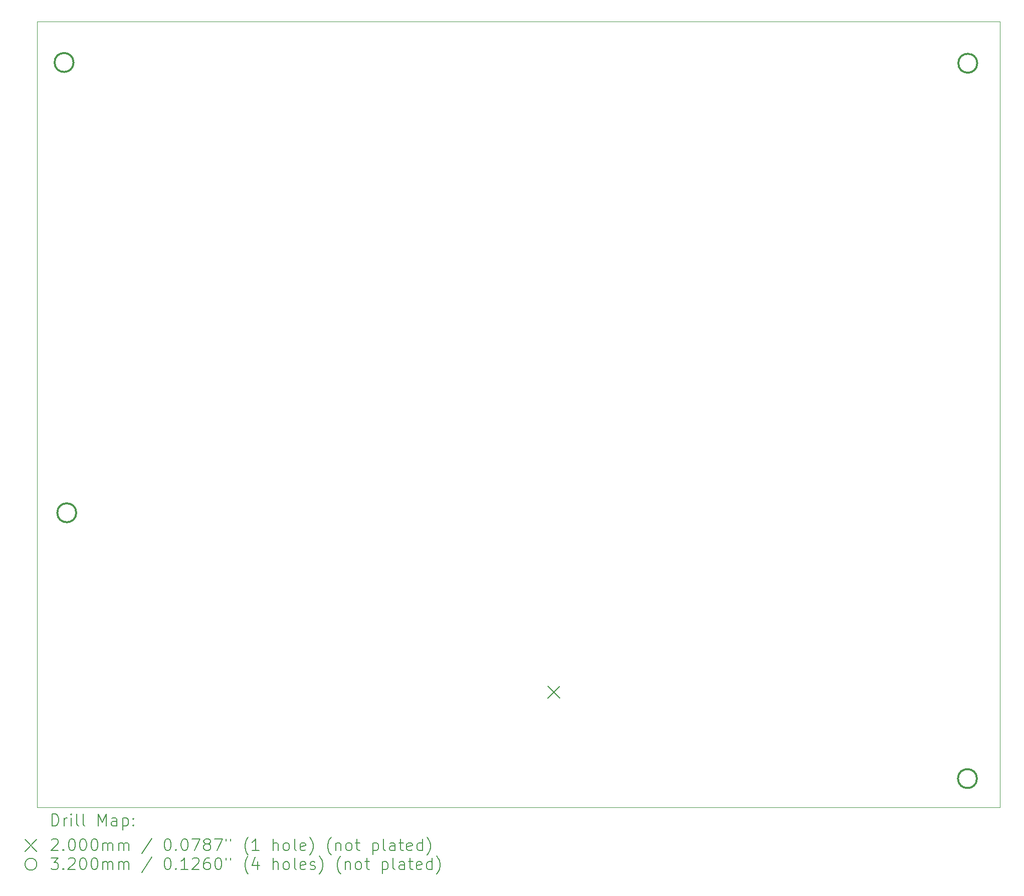
<source format=gbr>
%FSLAX45Y45*%
G04 Gerber Fmt 4.5, Leading zero omitted, Abs format (unit mm)*
G04 Created by KiCad (PCBNEW (6.0.5)) date 2025-05-16 22:36:22*
%MOMM*%
%LPD*%
G01*
G04 APERTURE LIST*
%TA.AperFunction,Profile*%
%ADD10C,0.050000*%
%TD*%
%ADD11C,0.200000*%
%ADD12C,0.320000*%
G04 APERTURE END LIST*
D10*
X29380180Y-21810980D02*
X13116560Y-21810980D01*
X13116560Y-21810980D02*
X13116560Y-8526780D01*
X13116560Y-8526780D02*
X29380180Y-8526780D01*
X29380180Y-8526780D02*
X29380180Y-21810980D01*
D11*
X21749080Y-19765340D02*
X21949080Y-19965340D01*
X21949080Y-19765340D02*
X21749080Y-19965340D01*
D12*
X13733760Y-9220200D02*
G75*
G03*
X13733760Y-9220200I-160000J0D01*
G01*
X13779480Y-16832580D02*
G75*
G03*
X13779480Y-16832580I-160000J0D01*
G01*
X28994080Y-21325840D02*
G75*
G03*
X28994080Y-21325840I-160000J0D01*
G01*
X28999160Y-9232900D02*
G75*
G03*
X28999160Y-9232900I-160000J0D01*
G01*
D11*
X13371679Y-22123956D02*
X13371679Y-21923956D01*
X13419298Y-21923956D01*
X13447869Y-21933480D01*
X13466917Y-21952528D01*
X13476441Y-21971575D01*
X13485965Y-22009670D01*
X13485965Y-22038242D01*
X13476441Y-22076337D01*
X13466917Y-22095385D01*
X13447869Y-22114432D01*
X13419298Y-22123956D01*
X13371679Y-22123956D01*
X13571679Y-22123956D02*
X13571679Y-21990623D01*
X13571679Y-22028718D02*
X13581203Y-22009670D01*
X13590727Y-22000147D01*
X13609774Y-21990623D01*
X13628822Y-21990623D01*
X13695488Y-22123956D02*
X13695488Y-21990623D01*
X13695488Y-21923956D02*
X13685965Y-21933480D01*
X13695488Y-21943004D01*
X13705012Y-21933480D01*
X13695488Y-21923956D01*
X13695488Y-21943004D01*
X13819298Y-22123956D02*
X13800250Y-22114432D01*
X13790727Y-22095385D01*
X13790727Y-21923956D01*
X13924060Y-22123956D02*
X13905012Y-22114432D01*
X13895488Y-22095385D01*
X13895488Y-21923956D01*
X14152631Y-22123956D02*
X14152631Y-21923956D01*
X14219298Y-22066813D01*
X14285965Y-21923956D01*
X14285965Y-22123956D01*
X14466917Y-22123956D02*
X14466917Y-22019194D01*
X14457393Y-22000147D01*
X14438346Y-21990623D01*
X14400250Y-21990623D01*
X14381203Y-22000147D01*
X14466917Y-22114432D02*
X14447869Y-22123956D01*
X14400250Y-22123956D01*
X14381203Y-22114432D01*
X14371679Y-22095385D01*
X14371679Y-22076337D01*
X14381203Y-22057290D01*
X14400250Y-22047766D01*
X14447869Y-22047766D01*
X14466917Y-22038242D01*
X14562155Y-21990623D02*
X14562155Y-22190623D01*
X14562155Y-22000147D02*
X14581203Y-21990623D01*
X14619298Y-21990623D01*
X14638346Y-22000147D01*
X14647869Y-22009670D01*
X14657393Y-22028718D01*
X14657393Y-22085861D01*
X14647869Y-22104909D01*
X14638346Y-22114432D01*
X14619298Y-22123956D01*
X14581203Y-22123956D01*
X14562155Y-22114432D01*
X14743108Y-22104909D02*
X14752631Y-22114432D01*
X14743108Y-22123956D01*
X14733584Y-22114432D01*
X14743108Y-22104909D01*
X14743108Y-22123956D01*
X14743108Y-22000147D02*
X14752631Y-22009670D01*
X14743108Y-22019194D01*
X14733584Y-22009670D01*
X14743108Y-22000147D01*
X14743108Y-22019194D01*
X12914060Y-22353480D02*
X13114060Y-22553480D01*
X13114060Y-22353480D02*
X12914060Y-22553480D01*
X13362155Y-22363004D02*
X13371679Y-22353480D01*
X13390727Y-22343956D01*
X13438346Y-22343956D01*
X13457393Y-22353480D01*
X13466917Y-22363004D01*
X13476441Y-22382051D01*
X13476441Y-22401099D01*
X13466917Y-22429670D01*
X13352631Y-22543956D01*
X13476441Y-22543956D01*
X13562155Y-22524908D02*
X13571679Y-22534432D01*
X13562155Y-22543956D01*
X13552631Y-22534432D01*
X13562155Y-22524908D01*
X13562155Y-22543956D01*
X13695488Y-22343956D02*
X13714536Y-22343956D01*
X13733584Y-22353480D01*
X13743108Y-22363004D01*
X13752631Y-22382051D01*
X13762155Y-22420147D01*
X13762155Y-22467766D01*
X13752631Y-22505861D01*
X13743108Y-22524908D01*
X13733584Y-22534432D01*
X13714536Y-22543956D01*
X13695488Y-22543956D01*
X13676441Y-22534432D01*
X13666917Y-22524908D01*
X13657393Y-22505861D01*
X13647869Y-22467766D01*
X13647869Y-22420147D01*
X13657393Y-22382051D01*
X13666917Y-22363004D01*
X13676441Y-22353480D01*
X13695488Y-22343956D01*
X13885965Y-22343956D02*
X13905012Y-22343956D01*
X13924060Y-22353480D01*
X13933584Y-22363004D01*
X13943108Y-22382051D01*
X13952631Y-22420147D01*
X13952631Y-22467766D01*
X13943108Y-22505861D01*
X13933584Y-22524908D01*
X13924060Y-22534432D01*
X13905012Y-22543956D01*
X13885965Y-22543956D01*
X13866917Y-22534432D01*
X13857393Y-22524908D01*
X13847869Y-22505861D01*
X13838346Y-22467766D01*
X13838346Y-22420147D01*
X13847869Y-22382051D01*
X13857393Y-22363004D01*
X13866917Y-22353480D01*
X13885965Y-22343956D01*
X14076441Y-22343956D02*
X14095488Y-22343956D01*
X14114536Y-22353480D01*
X14124060Y-22363004D01*
X14133584Y-22382051D01*
X14143108Y-22420147D01*
X14143108Y-22467766D01*
X14133584Y-22505861D01*
X14124060Y-22524908D01*
X14114536Y-22534432D01*
X14095488Y-22543956D01*
X14076441Y-22543956D01*
X14057393Y-22534432D01*
X14047869Y-22524908D01*
X14038346Y-22505861D01*
X14028822Y-22467766D01*
X14028822Y-22420147D01*
X14038346Y-22382051D01*
X14047869Y-22363004D01*
X14057393Y-22353480D01*
X14076441Y-22343956D01*
X14228822Y-22543956D02*
X14228822Y-22410623D01*
X14228822Y-22429670D02*
X14238346Y-22420147D01*
X14257393Y-22410623D01*
X14285965Y-22410623D01*
X14305012Y-22420147D01*
X14314536Y-22439194D01*
X14314536Y-22543956D01*
X14314536Y-22439194D02*
X14324060Y-22420147D01*
X14343108Y-22410623D01*
X14371679Y-22410623D01*
X14390727Y-22420147D01*
X14400250Y-22439194D01*
X14400250Y-22543956D01*
X14495488Y-22543956D02*
X14495488Y-22410623D01*
X14495488Y-22429670D02*
X14505012Y-22420147D01*
X14524060Y-22410623D01*
X14552631Y-22410623D01*
X14571679Y-22420147D01*
X14581203Y-22439194D01*
X14581203Y-22543956D01*
X14581203Y-22439194D02*
X14590727Y-22420147D01*
X14609774Y-22410623D01*
X14638346Y-22410623D01*
X14657393Y-22420147D01*
X14666917Y-22439194D01*
X14666917Y-22543956D01*
X15057393Y-22334432D02*
X14885965Y-22591575D01*
X15314536Y-22343956D02*
X15333584Y-22343956D01*
X15352631Y-22353480D01*
X15362155Y-22363004D01*
X15371679Y-22382051D01*
X15381203Y-22420147D01*
X15381203Y-22467766D01*
X15371679Y-22505861D01*
X15362155Y-22524908D01*
X15352631Y-22534432D01*
X15333584Y-22543956D01*
X15314536Y-22543956D01*
X15295488Y-22534432D01*
X15285965Y-22524908D01*
X15276441Y-22505861D01*
X15266917Y-22467766D01*
X15266917Y-22420147D01*
X15276441Y-22382051D01*
X15285965Y-22363004D01*
X15295488Y-22353480D01*
X15314536Y-22343956D01*
X15466917Y-22524908D02*
X15476441Y-22534432D01*
X15466917Y-22543956D01*
X15457393Y-22534432D01*
X15466917Y-22524908D01*
X15466917Y-22543956D01*
X15600250Y-22343956D02*
X15619298Y-22343956D01*
X15638346Y-22353480D01*
X15647869Y-22363004D01*
X15657393Y-22382051D01*
X15666917Y-22420147D01*
X15666917Y-22467766D01*
X15657393Y-22505861D01*
X15647869Y-22524908D01*
X15638346Y-22534432D01*
X15619298Y-22543956D01*
X15600250Y-22543956D01*
X15581203Y-22534432D01*
X15571679Y-22524908D01*
X15562155Y-22505861D01*
X15552631Y-22467766D01*
X15552631Y-22420147D01*
X15562155Y-22382051D01*
X15571679Y-22363004D01*
X15581203Y-22353480D01*
X15600250Y-22343956D01*
X15733584Y-22343956D02*
X15866917Y-22343956D01*
X15781203Y-22543956D01*
X15971679Y-22429670D02*
X15952631Y-22420147D01*
X15943108Y-22410623D01*
X15933584Y-22391575D01*
X15933584Y-22382051D01*
X15943108Y-22363004D01*
X15952631Y-22353480D01*
X15971679Y-22343956D01*
X16009774Y-22343956D01*
X16028822Y-22353480D01*
X16038346Y-22363004D01*
X16047869Y-22382051D01*
X16047869Y-22391575D01*
X16038346Y-22410623D01*
X16028822Y-22420147D01*
X16009774Y-22429670D01*
X15971679Y-22429670D01*
X15952631Y-22439194D01*
X15943108Y-22448718D01*
X15933584Y-22467766D01*
X15933584Y-22505861D01*
X15943108Y-22524908D01*
X15952631Y-22534432D01*
X15971679Y-22543956D01*
X16009774Y-22543956D01*
X16028822Y-22534432D01*
X16038346Y-22524908D01*
X16047869Y-22505861D01*
X16047869Y-22467766D01*
X16038346Y-22448718D01*
X16028822Y-22439194D01*
X16009774Y-22429670D01*
X16114536Y-22343956D02*
X16247869Y-22343956D01*
X16162155Y-22543956D01*
X16314536Y-22343956D02*
X16314536Y-22382051D01*
X16390727Y-22343956D02*
X16390727Y-22382051D01*
X16685965Y-22620147D02*
X16676441Y-22610623D01*
X16657393Y-22582051D01*
X16647869Y-22563004D01*
X16638346Y-22534432D01*
X16628822Y-22486813D01*
X16628822Y-22448718D01*
X16638346Y-22401099D01*
X16647869Y-22372528D01*
X16657393Y-22353480D01*
X16676441Y-22324909D01*
X16685965Y-22315385D01*
X16866917Y-22543956D02*
X16752631Y-22543956D01*
X16809774Y-22543956D02*
X16809774Y-22343956D01*
X16790727Y-22372528D01*
X16771679Y-22391575D01*
X16752631Y-22401099D01*
X17105012Y-22543956D02*
X17105012Y-22343956D01*
X17190727Y-22543956D02*
X17190727Y-22439194D01*
X17181203Y-22420147D01*
X17162155Y-22410623D01*
X17133584Y-22410623D01*
X17114536Y-22420147D01*
X17105012Y-22429670D01*
X17314536Y-22543956D02*
X17295489Y-22534432D01*
X17285965Y-22524908D01*
X17276441Y-22505861D01*
X17276441Y-22448718D01*
X17285965Y-22429670D01*
X17295489Y-22420147D01*
X17314536Y-22410623D01*
X17343108Y-22410623D01*
X17362155Y-22420147D01*
X17371679Y-22429670D01*
X17381203Y-22448718D01*
X17381203Y-22505861D01*
X17371679Y-22524908D01*
X17362155Y-22534432D01*
X17343108Y-22543956D01*
X17314536Y-22543956D01*
X17495489Y-22543956D02*
X17476441Y-22534432D01*
X17466917Y-22515385D01*
X17466917Y-22343956D01*
X17647870Y-22534432D02*
X17628822Y-22543956D01*
X17590727Y-22543956D01*
X17571679Y-22534432D01*
X17562155Y-22515385D01*
X17562155Y-22439194D01*
X17571679Y-22420147D01*
X17590727Y-22410623D01*
X17628822Y-22410623D01*
X17647870Y-22420147D01*
X17657393Y-22439194D01*
X17657393Y-22458242D01*
X17562155Y-22477289D01*
X17724060Y-22620147D02*
X17733584Y-22610623D01*
X17752631Y-22582051D01*
X17762155Y-22563004D01*
X17771679Y-22534432D01*
X17781203Y-22486813D01*
X17781203Y-22448718D01*
X17771679Y-22401099D01*
X17762155Y-22372528D01*
X17752631Y-22353480D01*
X17733584Y-22324909D01*
X17724060Y-22315385D01*
X18085965Y-22620147D02*
X18076441Y-22610623D01*
X18057393Y-22582051D01*
X18047870Y-22563004D01*
X18038346Y-22534432D01*
X18028822Y-22486813D01*
X18028822Y-22448718D01*
X18038346Y-22401099D01*
X18047870Y-22372528D01*
X18057393Y-22353480D01*
X18076441Y-22324909D01*
X18085965Y-22315385D01*
X18162155Y-22410623D02*
X18162155Y-22543956D01*
X18162155Y-22429670D02*
X18171679Y-22420147D01*
X18190727Y-22410623D01*
X18219298Y-22410623D01*
X18238346Y-22420147D01*
X18247870Y-22439194D01*
X18247870Y-22543956D01*
X18371679Y-22543956D02*
X18352631Y-22534432D01*
X18343108Y-22524908D01*
X18333584Y-22505861D01*
X18333584Y-22448718D01*
X18343108Y-22429670D01*
X18352631Y-22420147D01*
X18371679Y-22410623D01*
X18400250Y-22410623D01*
X18419298Y-22420147D01*
X18428822Y-22429670D01*
X18438346Y-22448718D01*
X18438346Y-22505861D01*
X18428822Y-22524908D01*
X18419298Y-22534432D01*
X18400250Y-22543956D01*
X18371679Y-22543956D01*
X18495489Y-22410623D02*
X18571679Y-22410623D01*
X18524060Y-22343956D02*
X18524060Y-22515385D01*
X18533584Y-22534432D01*
X18552631Y-22543956D01*
X18571679Y-22543956D01*
X18790727Y-22410623D02*
X18790727Y-22610623D01*
X18790727Y-22420147D02*
X18809774Y-22410623D01*
X18847870Y-22410623D01*
X18866917Y-22420147D01*
X18876441Y-22429670D01*
X18885965Y-22448718D01*
X18885965Y-22505861D01*
X18876441Y-22524908D01*
X18866917Y-22534432D01*
X18847870Y-22543956D01*
X18809774Y-22543956D01*
X18790727Y-22534432D01*
X19000250Y-22543956D02*
X18981203Y-22534432D01*
X18971679Y-22515385D01*
X18971679Y-22343956D01*
X19162155Y-22543956D02*
X19162155Y-22439194D01*
X19152631Y-22420147D01*
X19133584Y-22410623D01*
X19095489Y-22410623D01*
X19076441Y-22420147D01*
X19162155Y-22534432D02*
X19143108Y-22543956D01*
X19095489Y-22543956D01*
X19076441Y-22534432D01*
X19066917Y-22515385D01*
X19066917Y-22496337D01*
X19076441Y-22477289D01*
X19095489Y-22467766D01*
X19143108Y-22467766D01*
X19162155Y-22458242D01*
X19228822Y-22410623D02*
X19305012Y-22410623D01*
X19257393Y-22343956D02*
X19257393Y-22515385D01*
X19266917Y-22534432D01*
X19285965Y-22543956D01*
X19305012Y-22543956D01*
X19447870Y-22534432D02*
X19428822Y-22543956D01*
X19390727Y-22543956D01*
X19371679Y-22534432D01*
X19362155Y-22515385D01*
X19362155Y-22439194D01*
X19371679Y-22420147D01*
X19390727Y-22410623D01*
X19428822Y-22410623D01*
X19447870Y-22420147D01*
X19457393Y-22439194D01*
X19457393Y-22458242D01*
X19362155Y-22477289D01*
X19628822Y-22543956D02*
X19628822Y-22343956D01*
X19628822Y-22534432D02*
X19609774Y-22543956D01*
X19571679Y-22543956D01*
X19552631Y-22534432D01*
X19543108Y-22524908D01*
X19533584Y-22505861D01*
X19533584Y-22448718D01*
X19543108Y-22429670D01*
X19552631Y-22420147D01*
X19571679Y-22410623D01*
X19609774Y-22410623D01*
X19628822Y-22420147D01*
X19705012Y-22620147D02*
X19714536Y-22610623D01*
X19733584Y-22582051D01*
X19743108Y-22563004D01*
X19752631Y-22534432D01*
X19762155Y-22486813D01*
X19762155Y-22448718D01*
X19752631Y-22401099D01*
X19743108Y-22372528D01*
X19733584Y-22353480D01*
X19714536Y-22324909D01*
X19705012Y-22315385D01*
X13114060Y-22773480D02*
G75*
G03*
X13114060Y-22773480I-100000J0D01*
G01*
X13352631Y-22663956D02*
X13476441Y-22663956D01*
X13409774Y-22740147D01*
X13438346Y-22740147D01*
X13457393Y-22749670D01*
X13466917Y-22759194D01*
X13476441Y-22778242D01*
X13476441Y-22825861D01*
X13466917Y-22844908D01*
X13457393Y-22854432D01*
X13438346Y-22863956D01*
X13381203Y-22863956D01*
X13362155Y-22854432D01*
X13352631Y-22844908D01*
X13562155Y-22844908D02*
X13571679Y-22854432D01*
X13562155Y-22863956D01*
X13552631Y-22854432D01*
X13562155Y-22844908D01*
X13562155Y-22863956D01*
X13647869Y-22683004D02*
X13657393Y-22673480D01*
X13676441Y-22663956D01*
X13724060Y-22663956D01*
X13743108Y-22673480D01*
X13752631Y-22683004D01*
X13762155Y-22702051D01*
X13762155Y-22721099D01*
X13752631Y-22749670D01*
X13638346Y-22863956D01*
X13762155Y-22863956D01*
X13885965Y-22663956D02*
X13905012Y-22663956D01*
X13924060Y-22673480D01*
X13933584Y-22683004D01*
X13943108Y-22702051D01*
X13952631Y-22740147D01*
X13952631Y-22787766D01*
X13943108Y-22825861D01*
X13933584Y-22844908D01*
X13924060Y-22854432D01*
X13905012Y-22863956D01*
X13885965Y-22863956D01*
X13866917Y-22854432D01*
X13857393Y-22844908D01*
X13847869Y-22825861D01*
X13838346Y-22787766D01*
X13838346Y-22740147D01*
X13847869Y-22702051D01*
X13857393Y-22683004D01*
X13866917Y-22673480D01*
X13885965Y-22663956D01*
X14076441Y-22663956D02*
X14095488Y-22663956D01*
X14114536Y-22673480D01*
X14124060Y-22683004D01*
X14133584Y-22702051D01*
X14143108Y-22740147D01*
X14143108Y-22787766D01*
X14133584Y-22825861D01*
X14124060Y-22844908D01*
X14114536Y-22854432D01*
X14095488Y-22863956D01*
X14076441Y-22863956D01*
X14057393Y-22854432D01*
X14047869Y-22844908D01*
X14038346Y-22825861D01*
X14028822Y-22787766D01*
X14028822Y-22740147D01*
X14038346Y-22702051D01*
X14047869Y-22683004D01*
X14057393Y-22673480D01*
X14076441Y-22663956D01*
X14228822Y-22863956D02*
X14228822Y-22730623D01*
X14228822Y-22749670D02*
X14238346Y-22740147D01*
X14257393Y-22730623D01*
X14285965Y-22730623D01*
X14305012Y-22740147D01*
X14314536Y-22759194D01*
X14314536Y-22863956D01*
X14314536Y-22759194D02*
X14324060Y-22740147D01*
X14343108Y-22730623D01*
X14371679Y-22730623D01*
X14390727Y-22740147D01*
X14400250Y-22759194D01*
X14400250Y-22863956D01*
X14495488Y-22863956D02*
X14495488Y-22730623D01*
X14495488Y-22749670D02*
X14505012Y-22740147D01*
X14524060Y-22730623D01*
X14552631Y-22730623D01*
X14571679Y-22740147D01*
X14581203Y-22759194D01*
X14581203Y-22863956D01*
X14581203Y-22759194D02*
X14590727Y-22740147D01*
X14609774Y-22730623D01*
X14638346Y-22730623D01*
X14657393Y-22740147D01*
X14666917Y-22759194D01*
X14666917Y-22863956D01*
X15057393Y-22654432D02*
X14885965Y-22911575D01*
X15314536Y-22663956D02*
X15333584Y-22663956D01*
X15352631Y-22673480D01*
X15362155Y-22683004D01*
X15371679Y-22702051D01*
X15381203Y-22740147D01*
X15381203Y-22787766D01*
X15371679Y-22825861D01*
X15362155Y-22844908D01*
X15352631Y-22854432D01*
X15333584Y-22863956D01*
X15314536Y-22863956D01*
X15295488Y-22854432D01*
X15285965Y-22844908D01*
X15276441Y-22825861D01*
X15266917Y-22787766D01*
X15266917Y-22740147D01*
X15276441Y-22702051D01*
X15285965Y-22683004D01*
X15295488Y-22673480D01*
X15314536Y-22663956D01*
X15466917Y-22844908D02*
X15476441Y-22854432D01*
X15466917Y-22863956D01*
X15457393Y-22854432D01*
X15466917Y-22844908D01*
X15466917Y-22863956D01*
X15666917Y-22863956D02*
X15552631Y-22863956D01*
X15609774Y-22863956D02*
X15609774Y-22663956D01*
X15590727Y-22692528D01*
X15571679Y-22711575D01*
X15552631Y-22721099D01*
X15743108Y-22683004D02*
X15752631Y-22673480D01*
X15771679Y-22663956D01*
X15819298Y-22663956D01*
X15838346Y-22673480D01*
X15847869Y-22683004D01*
X15857393Y-22702051D01*
X15857393Y-22721099D01*
X15847869Y-22749670D01*
X15733584Y-22863956D01*
X15857393Y-22863956D01*
X16028822Y-22663956D02*
X15990727Y-22663956D01*
X15971679Y-22673480D01*
X15962155Y-22683004D01*
X15943108Y-22711575D01*
X15933584Y-22749670D01*
X15933584Y-22825861D01*
X15943108Y-22844908D01*
X15952631Y-22854432D01*
X15971679Y-22863956D01*
X16009774Y-22863956D01*
X16028822Y-22854432D01*
X16038346Y-22844908D01*
X16047869Y-22825861D01*
X16047869Y-22778242D01*
X16038346Y-22759194D01*
X16028822Y-22749670D01*
X16009774Y-22740147D01*
X15971679Y-22740147D01*
X15952631Y-22749670D01*
X15943108Y-22759194D01*
X15933584Y-22778242D01*
X16171679Y-22663956D02*
X16190727Y-22663956D01*
X16209774Y-22673480D01*
X16219298Y-22683004D01*
X16228822Y-22702051D01*
X16238346Y-22740147D01*
X16238346Y-22787766D01*
X16228822Y-22825861D01*
X16219298Y-22844908D01*
X16209774Y-22854432D01*
X16190727Y-22863956D01*
X16171679Y-22863956D01*
X16152631Y-22854432D01*
X16143108Y-22844908D01*
X16133584Y-22825861D01*
X16124060Y-22787766D01*
X16124060Y-22740147D01*
X16133584Y-22702051D01*
X16143108Y-22683004D01*
X16152631Y-22673480D01*
X16171679Y-22663956D01*
X16314536Y-22663956D02*
X16314536Y-22702051D01*
X16390727Y-22663956D02*
X16390727Y-22702051D01*
X16685965Y-22940147D02*
X16676441Y-22930623D01*
X16657393Y-22902051D01*
X16647869Y-22883004D01*
X16638346Y-22854432D01*
X16628822Y-22806813D01*
X16628822Y-22768718D01*
X16638346Y-22721099D01*
X16647869Y-22692528D01*
X16657393Y-22673480D01*
X16676441Y-22644908D01*
X16685965Y-22635385D01*
X16847870Y-22730623D02*
X16847870Y-22863956D01*
X16800250Y-22654432D02*
X16752631Y-22797289D01*
X16876441Y-22797289D01*
X17105012Y-22863956D02*
X17105012Y-22663956D01*
X17190727Y-22863956D02*
X17190727Y-22759194D01*
X17181203Y-22740147D01*
X17162155Y-22730623D01*
X17133584Y-22730623D01*
X17114536Y-22740147D01*
X17105012Y-22749670D01*
X17314536Y-22863956D02*
X17295489Y-22854432D01*
X17285965Y-22844908D01*
X17276441Y-22825861D01*
X17276441Y-22768718D01*
X17285965Y-22749670D01*
X17295489Y-22740147D01*
X17314536Y-22730623D01*
X17343108Y-22730623D01*
X17362155Y-22740147D01*
X17371679Y-22749670D01*
X17381203Y-22768718D01*
X17381203Y-22825861D01*
X17371679Y-22844908D01*
X17362155Y-22854432D01*
X17343108Y-22863956D01*
X17314536Y-22863956D01*
X17495489Y-22863956D02*
X17476441Y-22854432D01*
X17466917Y-22835385D01*
X17466917Y-22663956D01*
X17647870Y-22854432D02*
X17628822Y-22863956D01*
X17590727Y-22863956D01*
X17571679Y-22854432D01*
X17562155Y-22835385D01*
X17562155Y-22759194D01*
X17571679Y-22740147D01*
X17590727Y-22730623D01*
X17628822Y-22730623D01*
X17647870Y-22740147D01*
X17657393Y-22759194D01*
X17657393Y-22778242D01*
X17562155Y-22797289D01*
X17733584Y-22854432D02*
X17752631Y-22863956D01*
X17790727Y-22863956D01*
X17809774Y-22854432D01*
X17819298Y-22835385D01*
X17819298Y-22825861D01*
X17809774Y-22806813D01*
X17790727Y-22797289D01*
X17762155Y-22797289D01*
X17743108Y-22787766D01*
X17733584Y-22768718D01*
X17733584Y-22759194D01*
X17743108Y-22740147D01*
X17762155Y-22730623D01*
X17790727Y-22730623D01*
X17809774Y-22740147D01*
X17885965Y-22940147D02*
X17895489Y-22930623D01*
X17914536Y-22902051D01*
X17924060Y-22883004D01*
X17933584Y-22854432D01*
X17943108Y-22806813D01*
X17943108Y-22768718D01*
X17933584Y-22721099D01*
X17924060Y-22692528D01*
X17914536Y-22673480D01*
X17895489Y-22644908D01*
X17885965Y-22635385D01*
X18247870Y-22940147D02*
X18238346Y-22930623D01*
X18219298Y-22902051D01*
X18209774Y-22883004D01*
X18200250Y-22854432D01*
X18190727Y-22806813D01*
X18190727Y-22768718D01*
X18200250Y-22721099D01*
X18209774Y-22692528D01*
X18219298Y-22673480D01*
X18238346Y-22644908D01*
X18247870Y-22635385D01*
X18324060Y-22730623D02*
X18324060Y-22863956D01*
X18324060Y-22749670D02*
X18333584Y-22740147D01*
X18352631Y-22730623D01*
X18381203Y-22730623D01*
X18400250Y-22740147D01*
X18409774Y-22759194D01*
X18409774Y-22863956D01*
X18533584Y-22863956D02*
X18514536Y-22854432D01*
X18505012Y-22844908D01*
X18495489Y-22825861D01*
X18495489Y-22768718D01*
X18505012Y-22749670D01*
X18514536Y-22740147D01*
X18533584Y-22730623D01*
X18562155Y-22730623D01*
X18581203Y-22740147D01*
X18590727Y-22749670D01*
X18600250Y-22768718D01*
X18600250Y-22825861D01*
X18590727Y-22844908D01*
X18581203Y-22854432D01*
X18562155Y-22863956D01*
X18533584Y-22863956D01*
X18657393Y-22730623D02*
X18733584Y-22730623D01*
X18685965Y-22663956D02*
X18685965Y-22835385D01*
X18695489Y-22854432D01*
X18714536Y-22863956D01*
X18733584Y-22863956D01*
X18952631Y-22730623D02*
X18952631Y-22930623D01*
X18952631Y-22740147D02*
X18971679Y-22730623D01*
X19009774Y-22730623D01*
X19028822Y-22740147D01*
X19038346Y-22749670D01*
X19047870Y-22768718D01*
X19047870Y-22825861D01*
X19038346Y-22844908D01*
X19028822Y-22854432D01*
X19009774Y-22863956D01*
X18971679Y-22863956D01*
X18952631Y-22854432D01*
X19162155Y-22863956D02*
X19143108Y-22854432D01*
X19133584Y-22835385D01*
X19133584Y-22663956D01*
X19324060Y-22863956D02*
X19324060Y-22759194D01*
X19314536Y-22740147D01*
X19295489Y-22730623D01*
X19257393Y-22730623D01*
X19238346Y-22740147D01*
X19324060Y-22854432D02*
X19305012Y-22863956D01*
X19257393Y-22863956D01*
X19238346Y-22854432D01*
X19228822Y-22835385D01*
X19228822Y-22816337D01*
X19238346Y-22797289D01*
X19257393Y-22787766D01*
X19305012Y-22787766D01*
X19324060Y-22778242D01*
X19390727Y-22730623D02*
X19466917Y-22730623D01*
X19419298Y-22663956D02*
X19419298Y-22835385D01*
X19428822Y-22854432D01*
X19447870Y-22863956D01*
X19466917Y-22863956D01*
X19609774Y-22854432D02*
X19590727Y-22863956D01*
X19552631Y-22863956D01*
X19533584Y-22854432D01*
X19524060Y-22835385D01*
X19524060Y-22759194D01*
X19533584Y-22740147D01*
X19552631Y-22730623D01*
X19590727Y-22730623D01*
X19609774Y-22740147D01*
X19619298Y-22759194D01*
X19619298Y-22778242D01*
X19524060Y-22797289D01*
X19790727Y-22863956D02*
X19790727Y-22663956D01*
X19790727Y-22854432D02*
X19771679Y-22863956D01*
X19733584Y-22863956D01*
X19714536Y-22854432D01*
X19705012Y-22844908D01*
X19695489Y-22825861D01*
X19695489Y-22768718D01*
X19705012Y-22749670D01*
X19714536Y-22740147D01*
X19733584Y-22730623D01*
X19771679Y-22730623D01*
X19790727Y-22740147D01*
X19866917Y-22940147D02*
X19876441Y-22930623D01*
X19895489Y-22902051D01*
X19905012Y-22883004D01*
X19914536Y-22854432D01*
X19924060Y-22806813D01*
X19924060Y-22768718D01*
X19914536Y-22721099D01*
X19905012Y-22692528D01*
X19895489Y-22673480D01*
X19876441Y-22644908D01*
X19866917Y-22635385D01*
M02*

</source>
